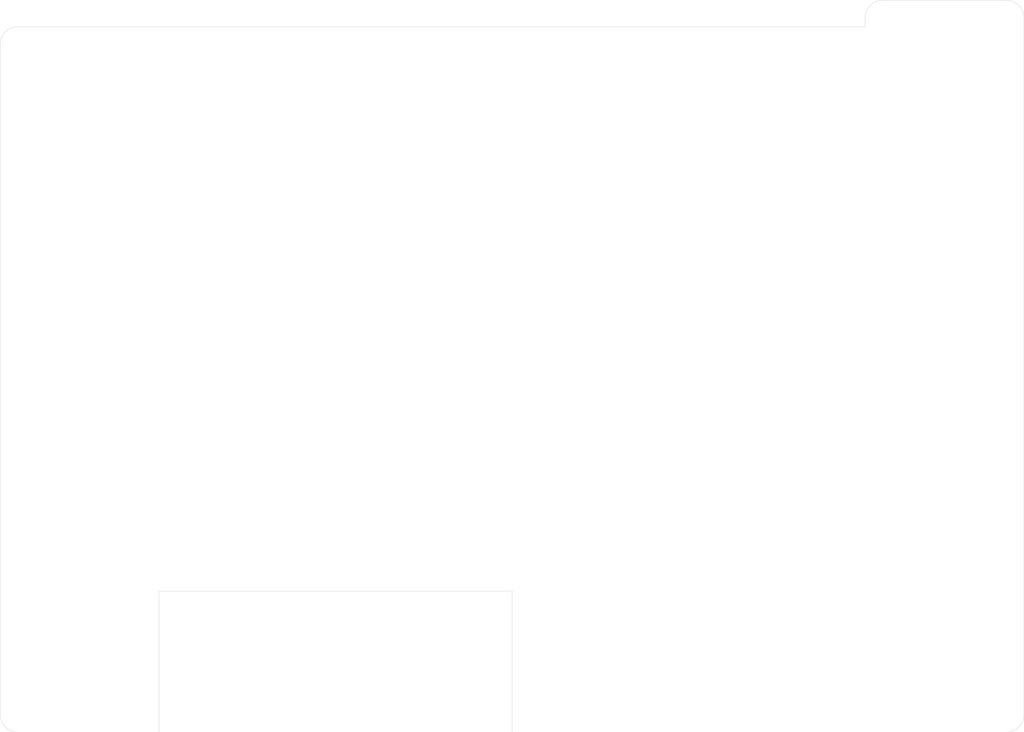
<source format=kicad_pcb>
(kicad_pcb
	(version 20240108)
	(generator "pcbnew")
	(generator_version "8.0")
	(general
		(thickness 1.6)
		(legacy_teardrops no)
	)
	(paper "A4")
	(layers
		(0 "F.Cu" signal)
		(31 "B.Cu" signal)
		(32 "B.Adhes" user "B.Adhesive")
		(33 "F.Adhes" user "F.Adhesive")
		(34 "B.Paste" user)
		(35 "F.Paste" user)
		(36 "B.SilkS" user "B.Silkscreen")
		(37 "F.SilkS" user "F.Silkscreen")
		(38 "B.Mask" user)
		(39 "F.Mask" user)
		(40 "Dwgs.User" user "User.Drawings")
		(41 "Cmts.User" user "User.Comments")
		(42 "Eco1.User" user "User.Eco1")
		(43 "Eco2.User" user "User.Eco2")
		(44 "Edge.Cuts" user)
		(45 "Margin" user)
		(46 "B.CrtYd" user "B.Courtyard")
		(47 "F.CrtYd" user "F.Courtyard")
		(48 "B.Fab" user)
		(49 "F.Fab" user)
		(50 "User.1" user)
		(51 "User.2" user)
		(52 "User.3" user)
		(53 "User.4" user)
		(54 "User.5" user)
		(55 "User.6" user)
		(56 "User.7" user)
		(57 "User.8" user)
		(58 "User.9" user)
	)
	(setup
		(pad_to_mask_clearance 0)
		(allow_soldermask_bridges_in_footprints no)
		(pcbplotparams
			(layerselection 0x00010f0_ffffffff)
			(plot_on_all_layers_selection 0x0000000_00000000)
			(disableapertmacros no)
			(usegerberextensions no)
			(usegerberattributes no)
			(usegerberadvancedattributes no)
			(creategerberjobfile no)
			(dashed_line_dash_ratio 12.000000)
			(dashed_line_gap_ratio 3.000000)
			(svgprecision 4)
			(plotframeref no)
			(viasonmask no)
			(mode 1)
			(useauxorigin no)
			(hpglpennumber 1)
			(hpglpenspeed 20)
			(hpglpendiameter 15.000000)
			(pdf_front_fp_property_popups yes)
			(pdf_back_fp_property_popups yes)
			(dxfpolygonmode yes)
			(dxfimperialunits yes)
			(dxfusepcbnewfont yes)
			(psnegative no)
			(psa4output no)
			(plotreference yes)
			(plotvalue yes)
			(plotfptext yes)
			(plotinvisibletext no)
			(sketchpadsonfab no)
			(subtractmaskfromsilk no)
			(outputformat 1)
			(mirror no)
			(drillshape 0)
			(scaleselection 1)
			(outputdirectory "../gerber/v0.0.2/symphonie6_right/")
		)
	)
	(net 0 "")
	(gr_line
		(start 97.63125 128.5875)
		(end 116.68125 128.5875)
		(stroke
			(width 0.05)
			(type default)
		)
		(layer "Edge.Cuts")
		(uuid "1585c619-d26f-4a0d-908e-65b60f36987e")
	)
	(gr_line
		(start 233.3625 126.20625)
		(end 233.3625 32.146875)
		(stroke
			(width 0.05)
			(type default)
		)
		(layer "Edge.Cuts")
		(uuid "16bc0889-8673-44f3-a5da-4c5917b8e844")
	)
	(gr_arc
		(start 95.25 35.71875)
		(mid 95.94747 34.034984)
		(end 97.63125 33.3375)
		(stroke
			(width 0.05)
			(type default)
		)
		(layer "Edge.Cuts")
		(uuid "38507876-9bc3-470b-8bf2-6b3b4fe2f665")
	)
	(gr_line
		(start 164.30625 109.5375)
		(end 164.30625 128.5875)
		(stroke
			(width 0.05)
			(type default)
		)
		(layer "Edge.Cuts")
		(uuid "404aaf5f-c83a-40ce-ae81-11c9a4c5d615")
	)
	(gr_line
		(start 214.3125 29.765625)
		(end 230.98125 29.765625)
		(stroke
			(width 0.05)
			(type default)
		)
		(layer "Edge.Cuts")
		(uuid "4d9e2487-6b00-49a2-b619-71c374f01aaa")
	)
	(gr_arc
		(start 211.93125 32.146875)
		(mid 212.628708 30.463075)
		(end 214.3125 29.765625)
		(stroke
			(width 0.05)
			(type default)
		)
		(layer "Edge.Cuts")
		(uuid "8683cfd0-eeca-407a-9480-157b6880ede4")
	)
	(gr_line
		(start 116.68125 128.5875)
		(end 116.68125 109.5375)
		(stroke
			(width 0.05)
			(type default)
		)
		(layer "Edge.Cuts")
		(uuid "86910400-a87b-4bf3-a5ee-1e861160a48f")
	)
	(gr_arc
		(start 233.3625 126.20625)
		(mid 232.66503 127.890016)
		(end 230.98125 128.5875)
		(stroke
			(width 0.05)
			(type default)
		)
		(layer "Edge.Cuts")
		(uuid "9af7e24e-38c0-49d8-83cc-982f6d29d35c")
	)
	(gr_line
		(start 164.30625 128.5875)
		(end 230.98125 128.5875)
		(stroke
			(width 0.05)
			(type default)
		)
		(layer "Edge.Cuts")
		(uuid "a4a7a9c9-e954-4b98-bc02-a5aa297f6d89")
	)
	(gr_line
		(start 211.93125 33.3375)
		(end 211.93125 32.146875)
		(stroke
			(width 0.05)
			(type default)
		)
		(layer "Edge.Cuts")
		(uuid "b03e9db5-8feb-4e4b-bac7-009c815c11bc")
	)
	(gr_line
		(start 95.25 35.71875)
		(end 95.25 126.20625)
		(stroke
			(width 0.05)
			(type default)
		)
		(layer "Edge.Cuts")
		(uuid "ccac8a72-1bdd-4c5b-8f3a-8e3370bdb703")
	)
	(gr_arc
		(start 230.98125 29.765625)
		(mid 232.665057 30.463075)
		(end 233.3625 32.146875)
		(stroke
			(width 0.05)
			(type default)
		)
		(layer "Edge.Cuts")
		(uuid "d4a660e6-c5f4-4696-9b34-18b901cbfe92")
	)
	(gr_line
		(start 116.68125 109.5375)
		(end 164.30625 109.5375)
		(stroke
			(width 0.05)
			(type default)
		)
		(layer "Edge.Cuts")
		(uuid "e5e0a8ee-f54a-4864-9d21-f916897bae5d")
	)
	(gr_line
		(start 211.93125 33.3375)
		(end 97.63125 33.3375)
		(stroke
			(width 0.05)
			(type default)
		)
		(layer "Edge.Cuts")
		(uuid "f9bfa76c-10d2-4f64-9855-0f45aba5e4c2")
	)
	(gr_arc
		(start 97.63125 128.5875)
		(mid 95.947434 127.890051)
		(end 95.25 126.20625)
		(stroke
			(width 0.05)
			(type default)
		)
		(layer "Edge.Cuts")
		(uuid "fcc0cd46-0a55-48c8-90ab-335590f52ef3")
	)
)

</source>
